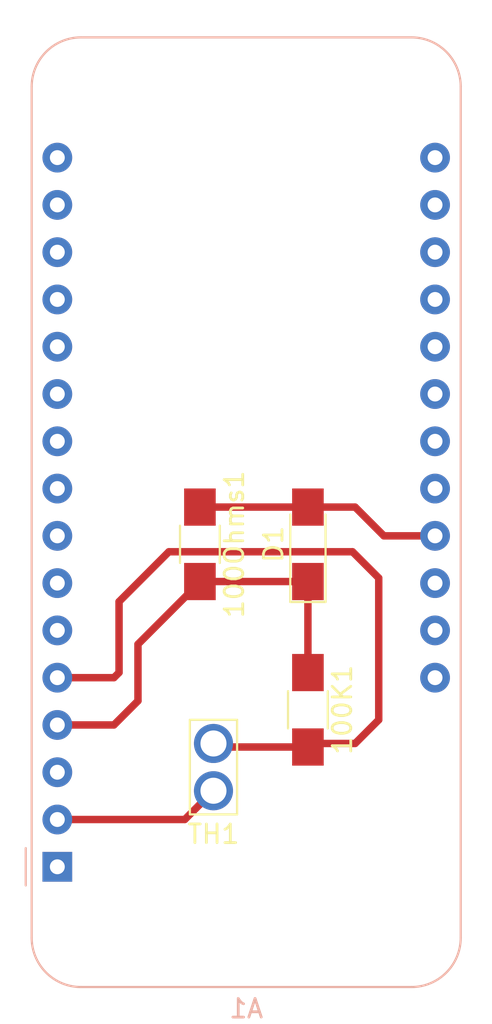
<source format=kicad_pcb>
(kicad_pcb (version 20171130) (host pcbnew "(5.1.10-1-10_14)")

  (general
    (thickness 1.6)
    (drawings 0)
    (tracks 28)
    (zones 0)
    (modules 5)
    (nets 29)
  )

  (page A4)
  (layers
    (0 F.Cu signal)
    (31 B.Cu signal)
    (32 B.Adhes user)
    (33 F.Adhes user)
    (34 B.Paste user)
    (35 F.Paste user)
    (36 B.SilkS user)
    (37 F.SilkS user)
    (38 B.Mask user)
    (39 F.Mask user)
    (40 Dwgs.User user)
    (41 Cmts.User user)
    (42 Eco1.User user)
    (43 Eco2.User user)
    (44 Edge.Cuts user)
    (45 Margin user)
    (46 B.CrtYd user)
    (47 F.CrtYd user)
    (48 B.Fab user)
    (49 F.Fab user)
  )

  (setup
    (last_trace_width 0.4)
    (trace_clearance 0.4)
    (zone_clearance 0.508)
    (zone_45_only no)
    (trace_min 0.2)
    (via_size 0.8)
    (via_drill 0.4)
    (via_min_size 0.4)
    (via_min_drill 0.3)
    (uvia_size 0.3)
    (uvia_drill 0.1)
    (uvias_allowed no)
    (uvia_min_size 0.2)
    (uvia_min_drill 0.1)
    (edge_width 0.05)
    (segment_width 0.2)
    (pcb_text_width 0.3)
    (pcb_text_size 1.5 1.5)
    (mod_edge_width 0.12)
    (mod_text_size 1 1)
    (mod_text_width 0.15)
    (pad_size 1.524 1.524)
    (pad_drill 0.762)
    (pad_to_mask_clearance 0)
    (aux_axis_origin 0 0)
    (visible_elements FFFFFF7F)
    (pcbplotparams
      (layerselection 0x010fc_ffffffff)
      (usegerberextensions false)
      (usegerberattributes true)
      (usegerberadvancedattributes true)
      (creategerberjobfile true)
      (excludeedgelayer true)
      (linewidth 0.100000)
      (plotframeref false)
      (viasonmask false)
      (mode 1)
      (useauxorigin false)
      (hpglpennumber 1)
      (hpglpenspeed 20)
      (hpglpendiameter 15.000000)
      (psnegative false)
      (psa4output false)
      (plotreference true)
      (plotvalue true)
      (plotinvisibletext false)
      (padsonsilk false)
      (subtractmaskfromsilk false)
      (outputformat 1)
      (mirror false)
      (drillshape 1)
      (scaleselection 1)
      (outputdirectory ""))
  )

  (net 0 "")
  (net 1 V3)
  (net 2 "Net-(A1-Pad16)")
  (net 3 "Net-(A1-Pad15)")
  (net 4 "Net-(A1-Pad14)")
  (net 5 "Net-(A1-Pad13)")
  (net 6 "Net-(A1-Pad12)")
  (net 7 "Net-(A1-Pad11)")
  (net 8 "Net-(A1-Pad10)")
  (net 9 "Net-(A1-Pad9)")
  (net 10 "Net-(A1-Pad8)")
  (net 11 "Net-(A1-Pad7)")
  (net 12 "Net-(A1-Pad6)")
  (net 13 "Net-(A1-Pad3)")
  (net 14 "Net-(A1-Pad1)")
  (net 15 "Net-(A1-Pad28)")
  (net 16 "Net-(A1-Pad27)")
  (net 17 "Net-(A1-Pad26)")
  (net 18 "Net-(A1-Pad24)")
  (net 19 "Net-(A1-Pad23)")
  (net 20 "Net-(A1-Pad22)")
  (net 21 "Net-(A1-Pad21)")
  (net 22 "Net-(A1-Pad20)")
  (net 23 "Net-(A1-Pad19)")
  (net 24 "Net-(A1-Pad18)")
  (net 25 "Net-(A1-Pad17)")
  (net 26 GND)
  (net 27 "Net-(100K1-Pad2)")
  (net 28 PINA12)

  (net_class Default "This is the default net class."
    (clearance 0.4)
    (trace_width 0.4)
    (via_dia 0.8)
    (via_drill 0.4)
    (uvia_dia 0.3)
    (uvia_drill 0.1)
    (add_net GND)
    (add_net "Net-(100K1-Pad2)")
    (add_net "Net-(A1-Pad1)")
    (add_net "Net-(A1-Pad10)")
    (add_net "Net-(A1-Pad11)")
    (add_net "Net-(A1-Pad12)")
    (add_net "Net-(A1-Pad13)")
    (add_net "Net-(A1-Pad14)")
    (add_net "Net-(A1-Pad15)")
    (add_net "Net-(A1-Pad16)")
    (add_net "Net-(A1-Pad17)")
    (add_net "Net-(A1-Pad18)")
    (add_net "Net-(A1-Pad19)")
    (add_net "Net-(A1-Pad20)")
    (add_net "Net-(A1-Pad21)")
    (add_net "Net-(A1-Pad22)")
    (add_net "Net-(A1-Pad23)")
    (add_net "Net-(A1-Pad24)")
    (add_net "Net-(A1-Pad26)")
    (add_net "Net-(A1-Pad27)")
    (add_net "Net-(A1-Pad28)")
    (add_net "Net-(A1-Pad3)")
    (add_net "Net-(A1-Pad6)")
    (add_net "Net-(A1-Pad7)")
    (add_net "Net-(A1-Pad8)")
    (add_net "Net-(A1-Pad9)")
    (add_net PINA12)
    (add_net V3)
  )

  (module Module:Adafruit_Feather (layer B.Cu) (tedit 5F71FFF3) (tstamp 6228E8BD)
    (at 135.110001 63.775001)
    (descr "Common footprint for the Adafruit Feather series of boards, https://learn.adafruit.com/adafruit-feather/feather-specification")
    (tags "Adafruit Feather")
    (path /6228DA2A)
    (fp_text reference A1 (at 10.16 7.62) (layer B.SilkS)
      (effects (font (size 1 1) (thickness 0.15)) (justify mirror))
    )
    (fp_text value Adafruit_Feather_HUZZAH32_ESP32 (at 10.16 -45.72 -180) (layer B.Fab)
      (effects (font (size 1 1) (thickness 0.15)) (justify mirror))
    )
    (fp_line (start 19.05 6.6) (end 1.27 6.6) (layer B.CrtYd) (width 0.05))
    (fp_line (start 21.59 -41.91) (end 21.59 3.81) (layer B.Fab) (width 0.1))
    (fp_line (start 1.27 -44.45) (end 19.05 -44.45) (layer B.Fab) (width 0.1))
    (fp_line (start -1.27 3.81) (end -1.27 -41.91) (layer B.Fab) (width 0.1))
    (fp_line (start 19.05 6.35) (end 1.27 6.35) (layer B.Fab) (width 0.1))
    (fp_line (start -1.38 3.81) (end -1.38 -41.91) (layer B.SilkS) (width 0.12))
    (fp_line (start 21.7 3.81) (end 21.7 -41.91) (layer B.SilkS) (width 0.12))
    (fp_line (start 19.05 -44.56) (end 1.27 -44.56) (layer B.SilkS) (width 0.12))
    (fp_line (start 19.05 6.46) (end 1.27 6.46) (layer B.SilkS) (width 0.12))
    (fp_line (start -1.52 -41.91) (end -1.52 3.81) (layer B.CrtYd) (width 0.05))
    (fp_line (start 19.05 -44.7) (end 1.27 -44.7) (layer B.CrtYd) (width 0.05))
    (fp_line (start 21.84 -41.91) (end 21.84 3.81) (layer B.CrtYd) (width 0.05))
    (fp_line (start -1.7 -1) (end -1.7 1) (layer B.SilkS) (width 0.12))
    (fp_line (start -1.27 0.889) (end -0.381 0) (layer B.Fab) (width 0.1))
    (fp_line (start -0.381 0) (end -1.27 -0.889) (layer B.Fab) (width 0.1))
    (fp_arc (start 19.05 3.81) (end 21.84 3.81) (angle 90) (layer B.CrtYd) (width 0.05))
    (fp_arc (start 1.27 3.81) (end 1.27 6.6) (angle 90) (layer B.CrtYd) (width 0.05))
    (fp_arc (start 19.05 -41.91) (end 21.59 -41.91) (angle -90) (layer B.Fab) (width 0.1))
    (fp_arc (start 1.27 -41.91) (end -1.27 -41.91) (angle 88.9) (layer B.Fab) (width 0.1))
    (fp_arc (start 1.27 3.81) (end -1.27 3.81) (angle -90) (layer B.Fab) (width 0.1))
    (fp_arc (start 19.05 3.81) (end 19.05 6.35) (angle -90) (layer B.Fab) (width 0.1))
    (fp_arc (start 1.27 -41.91) (end -1.38 -41.91) (angle 90) (layer B.SilkS) (width 0.12))
    (fp_arc (start 19.05 -41.91) (end 19.05 -44.56) (angle 90) (layer B.SilkS) (width 0.12))
    (fp_arc (start 1.27 3.81) (end 1.27 6.46) (angle 90) (layer B.SilkS) (width 0.12))
    (fp_arc (start 19.05 3.81) (end 21.7 3.81) (angle 90) (layer B.SilkS) (width 0.12))
    (fp_arc (start 1.27 -41.91) (end -1.52 -41.91) (angle 90) (layer B.CrtYd) (width 0.05))
    (fp_arc (start 19.05 -41.91) (end 19.05 -44.7) (angle 90) (layer B.CrtYd) (width 0.05))
    (fp_text user %R (at 10.16 -19.05 -180) (layer B.Fab)
      (effects (font (size 1 1) (thickness 0.15)) (justify mirror))
    )
    (pad 16 thru_hole circle (at 0 -38.1 180) (size 1.6 1.6) (drill 0.8) (layers *.Cu *.Mask)
      (net 2 "Net-(A1-Pad16)"))
    (pad 15 thru_hole circle (at 0 -35.56 180) (size 1.6 1.6) (drill 0.8) (layers *.Cu *.Mask)
      (net 3 "Net-(A1-Pad15)"))
    (pad 14 thru_hole circle (at 0 -33.02 180) (size 1.6 1.6) (drill 0.8) (layers *.Cu *.Mask)
      (net 4 "Net-(A1-Pad14)"))
    (pad 13 thru_hole circle (at 0 -30.48 180) (size 1.6 1.6) (drill 0.8) (layers *.Cu *.Mask)
      (net 5 "Net-(A1-Pad13)"))
    (pad 12 thru_hole circle (at 0 -27.94 180) (size 1.6 1.6) (drill 0.8) (layers *.Cu *.Mask)
      (net 6 "Net-(A1-Pad12)"))
    (pad 11 thru_hole circle (at 0 -25.4 180) (size 1.6 1.6) (drill 0.8) (layers *.Cu *.Mask)
      (net 7 "Net-(A1-Pad11)"))
    (pad 10 thru_hole circle (at 0 -22.86 180) (size 1.6 1.6) (drill 0.8) (layers *.Cu *.Mask)
      (net 8 "Net-(A1-Pad10)"))
    (pad 9 thru_hole circle (at 0 -20.32 180) (size 1.6 1.6) (drill 0.8) (layers *.Cu *.Mask)
      (net 9 "Net-(A1-Pad9)"))
    (pad 8 thru_hole circle (at 0 -17.78 180) (size 1.6 1.6) (drill 0.8) (layers *.Cu *.Mask)
      (net 10 "Net-(A1-Pad8)"))
    (pad 7 thru_hole circle (at 0 -15.24 180) (size 1.6 1.6) (drill 0.8) (layers *.Cu *.Mask)
      (net 11 "Net-(A1-Pad7)"))
    (pad 6 thru_hole circle (at 0 -12.7 180) (size 1.6 1.6) (drill 0.8) (layers *.Cu *.Mask)
      (net 12 "Net-(A1-Pad6)"))
    (pad 5 thru_hole circle (at 0 -10.16 180) (size 1.6 1.6) (drill 0.8) (layers *.Cu *.Mask)
      (net 27 "Net-(100K1-Pad2)"))
    (pad 4 thru_hole circle (at 0 -7.62 180) (size 1.6 1.6) (drill 0.8) (layers *.Cu *.Mask)
      (net 26 GND))
    (pad 3 thru_hole circle (at 0 -5.08 180) (size 1.6 1.6) (drill 0.8) (layers *.Cu *.Mask)
      (net 13 "Net-(A1-Pad3)"))
    (pad 2 thru_hole circle (at 0 -2.54 180) (size 1.6 1.6) (drill 0.8) (layers *.Cu *.Mask)
      (net 1 V3))
    (pad 1 thru_hole rect (at 0 0 180) (size 1.6 1.6) (drill 0.8) (layers *.Cu *.Mask)
      (net 14 "Net-(A1-Pad1)"))
    (pad 28 thru_hole circle (at 20.32 -10.16 180) (size 1.6 1.6) (drill 0.8) (layers *.Cu *.Mask)
      (net 15 "Net-(A1-Pad28)"))
    (pad 27 thru_hole circle (at 20.32 -12.7 180) (size 1.6 1.6) (drill 0.8) (layers *.Cu *.Mask)
      (net 16 "Net-(A1-Pad27)"))
    (pad 26 thru_hole circle (at 20.32 -15.24 180) (size 1.6 1.6) (drill 0.8) (layers *.Cu *.Mask)
      (net 17 "Net-(A1-Pad26)"))
    (pad 25 thru_hole circle (at 20.32 -17.78 180) (size 1.6 1.6) (drill 0.8) (layers *.Cu *.Mask)
      (net 28 PINA12))
    (pad 24 thru_hole circle (at 20.32 -20.32 180) (size 1.6 1.6) (drill 0.8) (layers *.Cu *.Mask)
      (net 18 "Net-(A1-Pad24)"))
    (pad 23 thru_hole circle (at 20.32 -22.86 180) (size 1.6 1.6) (drill 0.8) (layers *.Cu *.Mask)
      (net 19 "Net-(A1-Pad23)"))
    (pad 22 thru_hole circle (at 20.32 -25.4 180) (size 1.6 1.6) (drill 0.8) (layers *.Cu *.Mask)
      (net 20 "Net-(A1-Pad22)"))
    (pad 21 thru_hole circle (at 20.32 -27.94 180) (size 1.6 1.6) (drill 0.8) (layers *.Cu *.Mask)
      (net 21 "Net-(A1-Pad21)"))
    (pad 20 thru_hole circle (at 20.32 -30.48 180) (size 1.6 1.6) (drill 0.8) (layers *.Cu *.Mask)
      (net 22 "Net-(A1-Pad20)"))
    (pad 19 thru_hole circle (at 20.32 -33.02 180) (size 1.6 1.6) (drill 0.8) (layers *.Cu *.Mask)
      (net 23 "Net-(A1-Pad19)"))
    (pad 18 thru_hole circle (at 20.32 -35.56 180) (size 1.6 1.6) (drill 0.8) (layers *.Cu *.Mask)
      (net 24 "Net-(A1-Pad18)"))
    (pad 17 thru_hole circle (at 20.32 -38.1 180) (size 1.6 1.6) (drill 0.8) (layers *.Cu *.Mask)
      (net 25 "Net-(A1-Pad17)"))
    (model ${KISYS3DMOD}/Module.3dshapes/Adafruit_Feather.wrl
      (at (xyz 0 0 0))
      (scale (xyz 1 1 1))
      (rotate (xyz 0 0 0))
    )
  )

  (module fab:PinHeader_1x02_P2.54mm_Vertical_THT_D1.4mm (layer F.Cu) (tedit 6085255F) (tstamp 622A1FE5)
    (at 143.51 59.69 180)
    (descr "Through hole straight pin header, 2.54mm pitch, single row")
    (tags "Through hole pin header THT 2.54mm single row")
    (path /62290DE8)
    (fp_text reference TH1 (at 0 -2.33) (layer F.SilkS)
      (effects (font (size 1 1) (thickness 0.15)))
    )
    (fp_text value Thermistor_NTC (at 0 5.5) (layer F.Fab)
      (effects (font (size 1 1) (thickness 0.15)))
    )
    (fp_line (start -1.27 -1.27) (end 1.27 -1.27) (layer F.SilkS) (width 0.12))
    (fp_line (start -0.635 -1.27) (end 1.27 -1.27) (layer F.Fab) (width 0.1))
    (fp_line (start 1.27 -1.27) (end 1.27 3.81) (layer F.Fab) (width 0.1))
    (fp_line (start 1.27 3.81) (end -1.27 3.81) (layer F.Fab) (width 0.1))
    (fp_line (start -1.27 3.81) (end -1.27 -0.635) (layer F.Fab) (width 0.1))
    (fp_line (start -1.27 -0.635) (end -0.635 -1.27) (layer F.Fab) (width 0.1))
    (fp_line (start -1.27 3.81) (end 1.27 3.81) (layer F.SilkS) (width 0.12))
    (fp_line (start -1.27 -1.27) (end -1.27 3.81) (layer F.SilkS) (width 0.12))
    (fp_line (start 1.27 -1.27) (end 1.27 3.81) (layer F.SilkS) (width 0.12))
    (fp_line (start -1.8 -1.8) (end -1.8 4.4) (layer F.CrtYd) (width 0.05))
    (fp_line (start -1.8 4.4) (end 1.8 4.4) (layer F.CrtYd) (width 0.05))
    (fp_line (start 1.8 4.4) (end 1.8 -1.8) (layer F.CrtYd) (width 0.05))
    (fp_line (start 1.8 -1.8) (end -1.8 -1.8) (layer F.CrtYd) (width 0.05))
    (fp_text user %R (at 0 1.5 90) (layer F.Fab)
      (effects (font (size 1 1) (thickness 0.15)))
    )
    (pad 2 thru_hole circle (at 0 2.54 180) (size 2.1 2.1) (drill 1.4) (layers *.Cu *.Mask)
      (net 27 "Net-(100K1-Pad2)"))
    (pad 1 thru_hole circle (at 0 0 180) (size 2.1 2.1) (drill 1.4) (layers *.Cu *.Mask)
      (net 1 V3))
    (model ${KISYS3DMOD}/Connector_PinHeader_2.54mm.3dshapes/PinHeader_1x05_P2.54mm_Vertical.wrl
      (at (xyz 0 0 0))
      (scale (xyz 1 1 1))
      (rotate (xyz 0 0 0))
    )
  )

  (module fab:R_1206 (layer F.Cu) (tedit 60020482) (tstamp 6228E881)
    (at 148.59 55.34 270)
    (descr "Resistor SMD 1206, hand soldering")
    (tags "resistor 1206")
    (path /622918C2)
    (attr smd)
    (fp_text reference 100K1 (at 0 -1.85 90) (layer F.SilkS)
      (effects (font (size 1 1) (thickness 0.15)))
    )
    (fp_text value R (at 0 1.9 90) (layer F.Fab)
      (effects (font (size 1 1) (thickness 0.15)))
    )
    (fp_line (start 3.25 1.1) (end -3.25 1.1) (layer F.CrtYd) (width 0.05))
    (fp_line (start 3.25 1.1) (end 3.25 -1.11) (layer F.CrtYd) (width 0.05))
    (fp_line (start -3.25 -1.11) (end -3.25 1.1) (layer F.CrtYd) (width 0.05))
    (fp_line (start -3.25 -1.11) (end 3.25 -1.11) (layer F.CrtYd) (width 0.05))
    (fp_line (start -1 -1.07) (end 1 -1.07) (layer F.SilkS) (width 0.12))
    (fp_line (start 1 1.07) (end -1 1.07) (layer F.SilkS) (width 0.12))
    (fp_line (start -1.6 -0.8) (end 1.6 -0.8) (layer F.Fab) (width 0.1))
    (fp_line (start 1.6 -0.8) (end 1.6 0.8) (layer F.Fab) (width 0.1))
    (fp_line (start 1.6 0.8) (end -1.6 0.8) (layer F.Fab) (width 0.1))
    (fp_line (start -1.6 0.8) (end -1.6 -0.8) (layer F.Fab) (width 0.1))
    (fp_text user %R (at 0 0 90) (layer F.Fab)
      (effects (font (size 0.7 0.7) (thickness 0.105)))
    )
    (pad 1 smd rect (at -2 0 270) (size 2 1.7) (layers F.Cu F.Paste F.Mask)
      (net 26 GND))
    (pad 2 smd rect (at 2 0 270) (size 2 1.7) (layers F.Cu F.Paste F.Mask)
      (net 27 "Net-(100K1-Pad2)"))
    (model ${FAB}/fab.3dshapes/R_1206.step
      (at (xyz 0 0 0))
      (scale (xyz 1 1 1))
      (rotate (xyz 0 0 0))
    )
  )

  (module fab:LED_1206 (layer F.Cu) (tedit 595FC724) (tstamp 6228E8D2)
    (at 148.59 46.45 90)
    (descr "LED SMD 1206, hand soldering")
    (tags "LED 1206")
    (path /622923CE)
    (attr smd)
    (fp_text reference D1 (at 0 -1.85 90) (layer F.SilkS)
      (effects (font (size 1 1) (thickness 0.15)))
    )
    (fp_text value LED (at 0 1.9 90) (layer F.Fab)
      (effects (font (size 1 1) (thickness 0.15)))
    )
    (fp_line (start 3.25 1.1) (end -3.25 1.1) (layer F.CrtYd) (width 0.05))
    (fp_line (start 3.25 1.1) (end 3.25 -1.11) (layer F.CrtYd) (width 0.05))
    (fp_line (start -3.25 -1.11) (end -3.25 1.1) (layer F.CrtYd) (width 0.05))
    (fp_line (start -3.25 -1.11) (end 3.25 -1.11) (layer F.CrtYd) (width 0.05))
    (fp_line (start -3.1 -0.95) (end 1.6 -0.95) (layer F.SilkS) (width 0.12))
    (fp_line (start -3.1 0.95) (end 1.6 0.95) (layer F.SilkS) (width 0.12))
    (fp_line (start -1.6 -0.8) (end 1.6 -0.8) (layer F.Fab) (width 0.1))
    (fp_line (start 1.6 -0.8) (end 1.6 0.8) (layer F.Fab) (width 0.1))
    (fp_line (start 1.6 0.8) (end -1.6 0.8) (layer F.Fab) (width 0.1))
    (fp_line (start -1.6 0.8) (end -1.6 -0.8) (layer F.Fab) (width 0.1))
    (fp_line (start -0.45 -0.4) (end -0.45 0.4) (layer F.Fab) (width 0.1))
    (fp_line (start 0.2 0.4) (end -0.4 0) (layer F.Fab) (width 0.1))
    (fp_line (start 0.2 -0.4) (end 0.2 0.4) (layer F.Fab) (width 0.1))
    (fp_line (start -0.4 0) (end 0.2 -0.4) (layer F.Fab) (width 0.1))
    (fp_line (start -3.1 -0.95) (end -3.1 0.95) (layer F.SilkS) (width 0.12))
    (pad 2 smd rect (at 2 0 90) (size 2 1.7) (layers F.Cu F.Paste F.Mask)
      (net 28 PINA12))
    (pad 1 smd rect (at -2 0 90) (size 2 1.7) (layers F.Cu F.Paste F.Mask)
      (net 26 GND))
    (model ${KISYS3DMOD}/LEDs.3dshapes/LED_1206.wrl
      (at (xyz 0 0 0))
      (scale (xyz 1 1 1))
      (rotate (xyz 0 0 180))
    )
  )

  (module fab:R_1206 (layer F.Cu) (tedit 60020482) (tstamp 622A1FE4)
    (at 142.78 46.45 270)
    (descr "Resistor SMD 1206, hand soldering")
    (tags "resistor 1206")
    (path /622A5920)
    (attr smd)
    (fp_text reference 100Ohms1 (at 0 -1.85 90) (layer F.SilkS)
      (effects (font (size 1 1) (thickness 0.15)))
    )
    (fp_text value R (at 0 1.9 90) (layer F.Fab)
      (effects (font (size 1 1) (thickness 0.15)))
    )
    (fp_line (start 3.25 1.1) (end -3.25 1.1) (layer F.CrtYd) (width 0.05))
    (fp_line (start 3.25 1.1) (end 3.25 -1.11) (layer F.CrtYd) (width 0.05))
    (fp_line (start -3.25 -1.11) (end -3.25 1.1) (layer F.CrtYd) (width 0.05))
    (fp_line (start -3.25 -1.11) (end 3.25 -1.11) (layer F.CrtYd) (width 0.05))
    (fp_line (start -1 -1.07) (end 1 -1.07) (layer F.SilkS) (width 0.12))
    (fp_line (start 1 1.07) (end -1 1.07) (layer F.SilkS) (width 0.12))
    (fp_line (start -1.6 -0.8) (end 1.6 -0.8) (layer F.Fab) (width 0.1))
    (fp_line (start 1.6 -0.8) (end 1.6 0.8) (layer F.Fab) (width 0.1))
    (fp_line (start 1.6 0.8) (end -1.6 0.8) (layer F.Fab) (width 0.1))
    (fp_line (start -1.6 0.8) (end -1.6 -0.8) (layer F.Fab) (width 0.1))
    (fp_text user %R (at 0 0 90) (layer F.Fab)
      (effects (font (size 0.7 0.7) (thickness 0.105)))
    )
    (pad 2 smd rect (at 2 0 270) (size 2 1.7) (layers F.Cu F.Paste F.Mask)
      (net 26 GND))
    (pad 1 smd rect (at -2 0 270) (size 2 1.7) (layers F.Cu F.Paste F.Mask)
      (net 28 PINA12))
    (model ${FAB}/fab.3dshapes/R_1206.step
      (at (xyz 0 0 0))
      (scale (xyz 1 1 1))
      (rotate (xyz 0 0 0))
    )
  )

  (segment (start 135.385002 60.96) (end 135.110001 61.235001) (width 0.4) (layer F.Cu) (net 1))
  (segment (start 141.964999 61.235001) (end 135.110001 61.235001) (width 0.4) (layer F.Cu) (net 1))
  (segment (start 143.51 59.69) (end 141.964999 61.235001) (width 0.4) (layer F.Cu) (net 1))
  (segment (start 142.78 48.485002) (end 142.78 48.45) (width 0.4) (layer F.Cu) (net 26))
  (segment (start 148.59 48.45) (end 142.78 48.45) (width 0.4) (layer F.Cu) (net 26))
  (segment (start 148.59 53.34) (end 148.59 48.45) (width 0.4) (layer F.Cu) (net 26))
  (segment (start 139.447501 51.817501) (end 142.78 48.485002) (width 0.4) (layer F.Cu) (net 26))
  (segment (start 142.275002 48.99) (end 142.78 48.99) (width 0.4) (layer F.Cu) (net 26))
  (segment (start 138.154999 56.155001) (end 139.447501 54.862499) (width 0.4) (layer F.Cu) (net 26))
  (segment (start 139.447501 54.862499) (end 139.447501 51.817501) (width 0.4) (layer F.Cu) (net 26))
  (segment (start 135.110001 56.155001) (end 138.154999 56.155001) (width 0.4) (layer F.Cu) (net 26))
  (segment (start 148.59 57.34) (end 143.7 57.34) (width 0.4) (layer F.Cu) (net 27))
  (segment (start 148.78 57.15) (end 148.59 57.34) (width 0.4) (layer F.Cu) (net 27))
  (segment (start 151.13 57.15) (end 148.78 57.15) (width 0.4) (layer F.Cu) (net 27))
  (segment (start 152.4 55.88) (end 151.13 57.15) (width 0.4) (layer F.Cu) (net 27))
  (segment (start 152.4 48.26) (end 152.4 55.88) (width 0.4) (layer F.Cu) (net 27))
  (segment (start 141.110001 46.849999) (end 150.989999 46.849999) (width 0.4) (layer F.Cu) (net 27))
  (segment (start 138.154999 53.615001) (end 138.43 53.34) (width 0.4) (layer F.Cu) (net 27))
  (segment (start 150.989999 46.849999) (end 152.4 48.26) (width 0.4) (layer F.Cu) (net 27))
  (segment (start 138.43 49.53) (end 141.110001 46.849999) (width 0.4) (layer F.Cu) (net 27))
  (segment (start 138.43 53.34) (end 138.43 49.53) (width 0.4) (layer F.Cu) (net 27))
  (segment (start 135.110001 53.615001) (end 138.154999 53.615001) (width 0.4) (layer F.Cu) (net 27))
  (segment (start 155.155 45.72) (end 155.430001 45.995001) (width 0.4) (layer F.Cu) (net 28))
  (segment (start 155.345 45.91) (end 155.430001 45.995001) (width 0.4) (layer F.Cu) (net 28))
  (segment (start 152.675001 45.995001) (end 155.430001 45.995001) (width 0.4) (layer F.Cu) (net 28))
  (segment (start 151.13 44.45) (end 152.675001 45.995001) (width 0.4) (layer F.Cu) (net 28))
  (segment (start 148.59 44.45) (end 151.13 44.45) (width 0.4) (layer F.Cu) (net 28))
  (segment (start 142.78 44.45) (end 148.59 44.45) (width 0.4) (layer F.Cu) (net 28))

)

</source>
